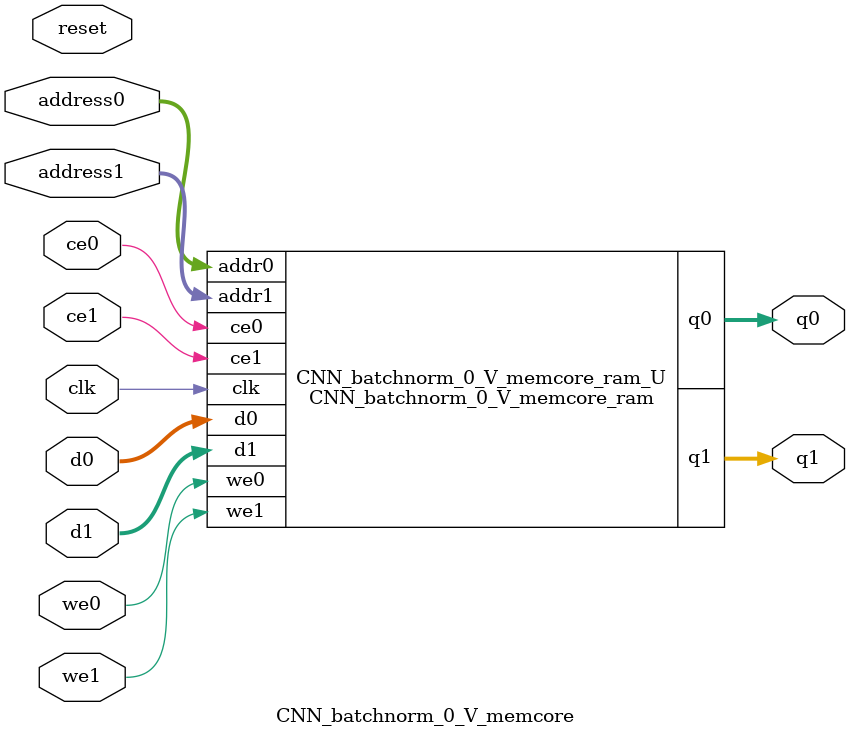
<source format=v>

`timescale 1 ns / 1 ps
module CNN_batchnorm_0_V_memcore_ram (addr0, ce0, d0, we0, q0, addr1, ce1, d1, we1, q1,  clk);

parameter DWIDTH = 48;
parameter AWIDTH = 6;
parameter MEM_SIZE = 56;

input[AWIDTH-1:0] addr0;
input ce0;
input[DWIDTH-1:0] d0;
input we0;
output reg[DWIDTH-1:0] q0;
input[AWIDTH-1:0] addr1;
input ce1;
input[DWIDTH-1:0] d1;
input we1;
output reg[DWIDTH-1:0] q1;
input clk;

(* ram_style = "block" *)reg [DWIDTH-1:0] ram[0:MEM_SIZE-1];




always @(posedge clk)  
begin 
    if (ce0) 
    begin
        if (we0) 
        begin 
            ram[addr0] <= d0; 
            q0 <= d0;
        end 
        else 
            q0 <= ram[addr0];
    end
end


always @(posedge clk)  
begin 
    if (ce1) 
    begin
        if (we1) 
        begin 
            ram[addr1] <= d1; 
            q1 <= d1;
        end 
        else 
            q1 <= ram[addr1];
    end
end


endmodule


`timescale 1 ns / 1 ps
module CNN_batchnorm_0_V_memcore(
    reset,
    clk,
    address0,
    ce0,
    we0,
    d0,
    q0,
    address1,
    ce1,
    we1,
    d1,
    q1);

parameter DataWidth = 32'd48;
parameter AddressRange = 32'd56;
parameter AddressWidth = 32'd6;
input reset;
input clk;
input[AddressWidth - 1:0] address0;
input ce0;
input we0;
input[DataWidth - 1:0] d0;
output[DataWidth - 1:0] q0;
input[AddressWidth - 1:0] address1;
input ce1;
input we1;
input[DataWidth - 1:0] d1;
output[DataWidth - 1:0] q1;



CNN_batchnorm_0_V_memcore_ram CNN_batchnorm_0_V_memcore_ram_U(
    .clk( clk ),
    .addr0( address0 ),
    .ce0( ce0 ),
    .we0( we0 ),
    .d0( d0 ),
    .q0( q0 ),
    .addr1( address1 ),
    .ce1( ce1 ),
    .we1( we1 ),
    .d1( d1 ),
    .q1( q1 ));

endmodule


</source>
